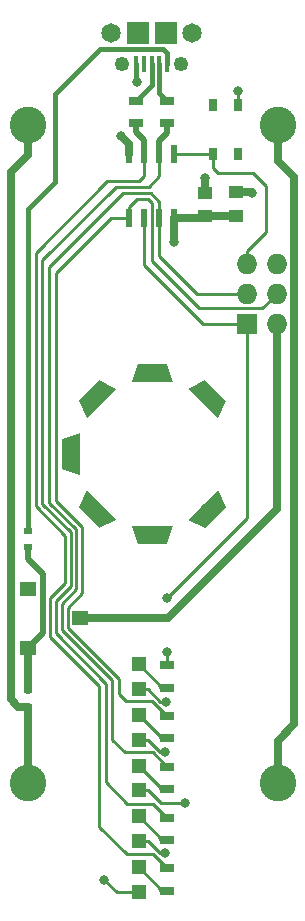
<source format=gtl>
G04 #@! TF.GenerationSoftware,KiCad,Pcbnew,(2017-01-24 revision 0b6147e)-makepkg*
G04 #@! TF.CreationDate,2017-06-09T09:58:06-07:00*
G04 #@! TF.ProjectId,POVSpinner,504F565370696E6E65722E6B69636164,rev?*
G04 #@! TF.FileFunction,Copper,L1,Top,Signal*
G04 #@! TF.FilePolarity,Positive*
%FSLAX46Y46*%
G04 Gerber Fmt 4.6, Leading zero omitted, Abs format (unit mm)*
G04 Created by KiCad (PCBNEW (2017-01-24 revision 0b6147e)-makepkg) date 06/09/17 09:58:06*
%MOMM*%
%LPD*%
G01*
G04 APERTURE LIST*
%ADD10C,0.100000*%
%ADD11R,0.600000X1.550000*%
%ADD12C,3.100000*%
%ADD13R,1.250000X1.000000*%
%ADD14R,0.700000X0.600000*%
%ADD15R,1.198880X1.198880*%
%ADD16R,1.727200X1.727200*%
%ADD17O,1.727200X1.727200*%
%ADD18R,1.300000X0.700000*%
%ADD19R,0.647700X1.049020*%
%ADD20R,1.400000X1.200000*%
%ADD21C,1.250000*%
%ADD22C,1.650000*%
%ADD23R,1.899920X1.899920*%
%ADD24R,0.398780X1.348740*%
%ADD25C,1.500000*%
%ADD26C,0.800000*%
%ADD27C,0.635000*%
%ADD28C,0.254000*%
%ADD29C,0.381000*%
%ADD30C,0.508000*%
%ADD31C,0.250000*%
G04 APERTURE END LIST*
D10*
D11*
X126405000Y-60700000D03*
X125135000Y-60700000D03*
X123865000Y-60700000D03*
X122595000Y-60700000D03*
X122595000Y-66100000D03*
X123865000Y-66100000D03*
X125135000Y-66100000D03*
X126405000Y-66100000D03*
D12*
X135155000Y-58200000D03*
X114045000Y-58200000D03*
X135155000Y-113900000D03*
X114045000Y-113900000D03*
D13*
X129050000Y-65930000D03*
X129050000Y-63930000D03*
X131630000Y-63920000D03*
X131630000Y-65920000D03*
D14*
X114000000Y-93950000D03*
X114000000Y-92550000D03*
X114000000Y-107450000D03*
X114000000Y-106050000D03*
D15*
X123400000Y-121050980D03*
X123400000Y-123149020D03*
X123400000Y-118849020D03*
X123400000Y-116750980D03*
X123400000Y-112450980D03*
X123400000Y-114549020D03*
X123400000Y-110249020D03*
X123400000Y-108150980D03*
X123400000Y-103850980D03*
X123400000Y-105949020D03*
D16*
X132570000Y-75020000D03*
D17*
X135110000Y-75020000D03*
X132570000Y-72480000D03*
X135110000Y-72480000D03*
X132570000Y-69940001D03*
X135110000Y-69940000D03*
D18*
X125800000Y-58050000D03*
X125800000Y-56150000D03*
X123200000Y-56150000D03*
X123200000Y-58050000D03*
X125800000Y-123050000D03*
X125800000Y-121150000D03*
X125800000Y-116850000D03*
X125800000Y-118750000D03*
X125800000Y-114450000D03*
X125800000Y-112550000D03*
X125800000Y-108250000D03*
X125800000Y-110150000D03*
X125800000Y-105850000D03*
X125800000Y-103950000D03*
D19*
X131814420Y-56547360D03*
X131814420Y-60692640D03*
X129665580Y-56547360D03*
X129665580Y-60692640D03*
D20*
X114042740Y-97493020D03*
X114042740Y-102493020D03*
X118442740Y-99993020D03*
D21*
X127002060Y-53070000D03*
X122002060Y-53070000D03*
D22*
X121070000Y-50400000D03*
X127930000Y-50400000D03*
D23*
X123301120Y-50395380D03*
X125698880Y-50395380D03*
D24*
X123202060Y-53070000D03*
X123852300Y-53070000D03*
X124500000Y-53070000D03*
X125147700Y-53070000D03*
X125797940Y-53070000D03*
D25*
X124550000Y-79222000D03*
D10*
G36*
X126300000Y-79972000D02*
X122800000Y-79972000D01*
X123300000Y-78472000D01*
X125800000Y-78472000D01*
X126300000Y-79972000D01*
X126300000Y-79972000D01*
G37*
D25*
X124550000Y-92938000D03*
D10*
G36*
X122800000Y-92188000D02*
X126300000Y-92188000D01*
X125800000Y-93688000D01*
X123300000Y-93688000D01*
X122800000Y-92188000D01*
X122800000Y-92188000D01*
G37*
D25*
X119724000Y-81254000D03*
D10*
G36*
X121491767Y-80546893D02*
X119016893Y-83021767D01*
X118309786Y-81607553D01*
X120077553Y-79839786D01*
X121491767Y-80546893D01*
X121491767Y-80546893D01*
G37*
D25*
X129376000Y-81254000D03*
D10*
G36*
X130083107Y-83021767D02*
X127608233Y-80546893D01*
X129022447Y-79839786D01*
X130790214Y-81607553D01*
X130083107Y-83021767D01*
X130083107Y-83021767D01*
G37*
D25*
X119724000Y-90906000D03*
D10*
G36*
X119016893Y-89138233D02*
X121491767Y-91613107D01*
X120077553Y-92320214D01*
X118309786Y-90552447D01*
X119016893Y-89138233D01*
X119016893Y-89138233D01*
G37*
D25*
X129376000Y-90906000D03*
D10*
G36*
X127608233Y-91613107D02*
X130083107Y-89138233D01*
X130790214Y-90552447D01*
X129022447Y-92320214D01*
X127608233Y-91613107D01*
X127608233Y-91613107D01*
G37*
D25*
X117692000Y-86080000D03*
D10*
G36*
X118442000Y-84330000D02*
X118442000Y-87830000D01*
X116942000Y-87330000D01*
X116942000Y-84830000D01*
X118442000Y-84330000D01*
X118442000Y-84330000D01*
G37*
D26*
X131800000Y-55340000D03*
X133010000Y-63940000D03*
X129020000Y-62680000D03*
X121940000Y-59170000D03*
X123220000Y-54530000D03*
X120480000Y-122100000D03*
X125650000Y-119870000D03*
X127290000Y-115580000D03*
X125660000Y-111260000D03*
X125680000Y-107040000D03*
X126410000Y-68120000D03*
X125760000Y-102820000D03*
X125820000Y-98230000D03*
D27*
X136570000Y-62640000D02*
X135155000Y-61225000D01*
X135155000Y-61225000D02*
X135155000Y-58200000D01*
X136570000Y-108920000D02*
X136570000Y-62640000D01*
X135155000Y-110335000D02*
X136570000Y-108920000D01*
X135155000Y-113900000D02*
X135155000Y-110335000D01*
X112590000Y-106850000D02*
X113190000Y-107450000D01*
X114045000Y-58200000D02*
X114045000Y-60745000D01*
X114045000Y-60745000D02*
X112590000Y-62200000D01*
X112590000Y-62200000D02*
X112590000Y-106850000D01*
X113190000Y-107450000D02*
X114000000Y-107450000D01*
X114045000Y-113900000D02*
X114045000Y-107495000D01*
X114045000Y-107495000D02*
X114000000Y-107450000D01*
D28*
X131814420Y-56547360D02*
X131814420Y-55354420D01*
X131814420Y-55354420D02*
X131800000Y-55340000D01*
D27*
X131630000Y-63920000D02*
X132990000Y-63920000D01*
X132990000Y-63920000D02*
X133010000Y-63940000D01*
X129050000Y-63930000D02*
X129050000Y-62710000D01*
X129050000Y-62710000D02*
X129020000Y-62680000D01*
X122595000Y-60700000D02*
X122595000Y-59825000D01*
X122595000Y-59825000D02*
X121940000Y-59170000D01*
D29*
X123202060Y-53070000D02*
X123202060Y-54512060D01*
X123202060Y-54512060D02*
X123220000Y-54530000D01*
D28*
X123400000Y-123149020D02*
X121529020Y-123149020D01*
X121529020Y-123149020D02*
X120480000Y-122100000D01*
X124199020Y-118849020D02*
X125220000Y-119870000D01*
X125220000Y-119870000D02*
X125650000Y-119870000D01*
X123400000Y-118849020D02*
X124199020Y-118849020D01*
X124219020Y-114549020D02*
X125250000Y-115580000D01*
X125250000Y-115580000D02*
X127290000Y-115580000D01*
X123400000Y-114549020D02*
X124219020Y-114549020D01*
X124229020Y-110249020D02*
X125240000Y-111260000D01*
X125240000Y-111260000D02*
X125660000Y-111260000D01*
X123400000Y-110249020D02*
X124229020Y-110249020D01*
X124149020Y-105949020D02*
X125240000Y-107040000D01*
X125240000Y-107040000D02*
X125680000Y-107040000D01*
X123400000Y-105949020D02*
X124149020Y-105949020D01*
D29*
X123202060Y-53070000D02*
X123202060Y-53447940D01*
D27*
X129050000Y-65930000D02*
X131620000Y-65930000D01*
X131620000Y-65930000D02*
X131630000Y-65920000D01*
X126410000Y-68120000D02*
X126410000Y-66105000D01*
X126410000Y-66105000D02*
X126405000Y-66100000D01*
X129060000Y-65920000D02*
X129050000Y-65930000D01*
X126405000Y-66100000D02*
X128880000Y-66100000D01*
X128880000Y-66100000D02*
X129050000Y-65930000D01*
X129080000Y-65880000D02*
X129300000Y-66100000D01*
X125856980Y-99993020D02*
X135110000Y-90740000D01*
X135110000Y-90740000D02*
X135110000Y-75020000D01*
X118442740Y-99993020D02*
X125856980Y-99993020D01*
D29*
X116300000Y-63060000D02*
X114000000Y-65360000D01*
X114000000Y-65360000D02*
X114000000Y-92550000D01*
X116300000Y-55610000D02*
X116300000Y-63060000D01*
X120150000Y-51760000D02*
X116300000Y-55610000D01*
X125470000Y-51760000D02*
X120150000Y-51760000D01*
X125797940Y-52087940D02*
X125470000Y-51760000D01*
X125797940Y-53070000D02*
X125797940Y-52087940D01*
D30*
X115320000Y-96250000D02*
X115320000Y-101215760D01*
X115320000Y-101215760D02*
X114042740Y-102493020D01*
X114000000Y-94930000D02*
X115320000Y-96250000D01*
X114000000Y-93950000D02*
X114000000Y-94930000D01*
D27*
X114000000Y-105920000D02*
X114042740Y-105877260D01*
X114042740Y-105877260D02*
X114042740Y-102493020D01*
X114000000Y-106050000D02*
X114000000Y-105920000D01*
D30*
X125800000Y-123050000D02*
X125399020Y-123050000D01*
D28*
X125399020Y-123050000D02*
X123400000Y-121050980D01*
D30*
X125800000Y-118750000D02*
X125399020Y-118750000D01*
D28*
X125399020Y-118750000D02*
X123400000Y-116750980D01*
D30*
X125800000Y-114450000D02*
X125399020Y-114450000D01*
D28*
X125399020Y-114450000D02*
X123400000Y-112450980D01*
D30*
X125800000Y-110150000D02*
X125399020Y-110150000D01*
D28*
X125399020Y-110150000D02*
X123400000Y-108150980D01*
D30*
X125800000Y-105850000D02*
X125399020Y-105850000D01*
D28*
X125399020Y-105850000D02*
X123400000Y-103850980D01*
X125760000Y-102820000D02*
X125780000Y-102840000D01*
X125780000Y-102840000D02*
X125780000Y-103930000D01*
D30*
X125780000Y-103930000D02*
X125800000Y-103950000D01*
D28*
X132570000Y-75020000D02*
X132570000Y-91480000D01*
X132570000Y-91480000D02*
X125820000Y-98230000D01*
D31*
X123865000Y-66100000D02*
X123865000Y-67425000D01*
D28*
X123865000Y-70065000D02*
X128820000Y-75020000D01*
X128820000Y-75020000D02*
X132570000Y-75020000D01*
X123865000Y-66100000D02*
X123865000Y-70065000D01*
D31*
X125135000Y-66100000D02*
X125135000Y-64715000D01*
X125135000Y-64715000D02*
X124410000Y-63990000D01*
X124410000Y-63990000D02*
X122070000Y-63990000D01*
X122070000Y-63990000D02*
X115840000Y-70220000D01*
X115840000Y-70220000D02*
X115840000Y-90180000D01*
X115840000Y-90180000D02*
X118110000Y-92450000D01*
X118110000Y-92450000D02*
X118110000Y-97520000D01*
X118110000Y-97520000D02*
X116900000Y-98730000D01*
X116900000Y-98730000D02*
X116900000Y-101000000D01*
X116900000Y-101000000D02*
X121120000Y-105220000D01*
X121120000Y-105220000D02*
X121120000Y-110250000D01*
X121120000Y-110250000D02*
X122200000Y-111330000D01*
X122200000Y-111330000D02*
X124580000Y-111330000D01*
X124580000Y-111330000D02*
X125800000Y-112550000D01*
D28*
X125135000Y-69285000D02*
X128330000Y-72480000D01*
X128330000Y-72480000D02*
X132570000Y-72480000D01*
X125135000Y-66100000D02*
X125135000Y-69285000D01*
D31*
X122595000Y-66100000D02*
X121060000Y-66100000D01*
X121060000Y-66100000D02*
X116380000Y-70780000D01*
X116380000Y-70780000D02*
X116380000Y-90040000D01*
X116380000Y-90040000D02*
X118600000Y-92260000D01*
X118600000Y-92260000D02*
X118600000Y-97850000D01*
X118600000Y-97850000D02*
X117380000Y-99070000D01*
X117380000Y-99070000D02*
X117380000Y-100800000D01*
X117380000Y-100800000D02*
X121710000Y-105130000D01*
X121710000Y-105130000D02*
X121710000Y-106390000D01*
X121710000Y-106390000D02*
X122330000Y-107010000D01*
X122330000Y-107010000D02*
X124560000Y-107010000D01*
X124560000Y-107010000D02*
X125800000Y-108250000D01*
X128540000Y-73720000D02*
X133870000Y-73720000D01*
X133870000Y-73720000D02*
X135110000Y-72480000D01*
X124510000Y-69690000D02*
X128540000Y-73720000D01*
X124500000Y-64810000D02*
X124500000Y-69680000D01*
X124180000Y-64490000D02*
X124510000Y-64820000D01*
X123230000Y-64490000D02*
X124180000Y-64490000D01*
X122595000Y-65125000D02*
X123230000Y-64490000D01*
X122595000Y-66100000D02*
X122595000Y-65125000D01*
D28*
X130080000Y-62280000D02*
X129665580Y-61865580D01*
X129665580Y-61865580D02*
X129665580Y-60692640D01*
X133060000Y-62280000D02*
X130080000Y-62280000D01*
X134180000Y-63400000D02*
X133060000Y-62280000D01*
X134180000Y-67250000D02*
X134180000Y-63400000D01*
X132570000Y-68860000D02*
X134180000Y-67250000D01*
X132570000Y-69940001D02*
X132570000Y-68860000D01*
X126405000Y-60700000D02*
X129658220Y-60700000D01*
X129658220Y-60700000D02*
X129665580Y-60692640D01*
D31*
X125135000Y-60700000D02*
X125135000Y-62555000D01*
X125135000Y-62555000D02*
X124240000Y-63450000D01*
X124240000Y-63450000D02*
X121440000Y-63450000D01*
X121440000Y-63450000D02*
X115240000Y-69650000D01*
X115240000Y-69650000D02*
X115240000Y-90280000D01*
X115240000Y-90280000D02*
X117650000Y-92690000D01*
X117650000Y-92690000D02*
X117650000Y-97280000D01*
X117650000Y-97280000D02*
X116380000Y-98550000D01*
X116380000Y-98550000D02*
X116380000Y-101250000D01*
X116380000Y-101250000D02*
X120640000Y-105510000D01*
X120640000Y-105510000D02*
X120640000Y-113880000D01*
X120640000Y-113880000D02*
X122420000Y-115660000D01*
X122420000Y-115660000D02*
X124610000Y-115660000D01*
X124610000Y-115660000D02*
X125800000Y-116850000D01*
D30*
X125800000Y-58870000D02*
X125135000Y-59535000D01*
X125135000Y-59535000D02*
X125135000Y-60700000D01*
X125800000Y-58050000D02*
X125800000Y-58870000D01*
D29*
X125147700Y-53070000D02*
X125147700Y-55497700D01*
X125147700Y-55497700D02*
X125800000Y-56150000D01*
X124500000Y-53070000D02*
X124500000Y-54850000D01*
X124500000Y-54850000D02*
X123200000Y-56150000D01*
D31*
X123865000Y-60700000D02*
X123865000Y-62525000D01*
X123865000Y-62525000D02*
X123410000Y-62980000D01*
X123410000Y-62980000D02*
X120710000Y-62980000D01*
X120710000Y-62980000D02*
X114680000Y-69010000D01*
X114680000Y-69010000D02*
X114680000Y-90500000D01*
X114680000Y-90500000D02*
X117180000Y-93000000D01*
X117180000Y-93000000D02*
X117180000Y-97010000D01*
X117180000Y-97010000D02*
X115920000Y-98270000D01*
X115920000Y-98270000D02*
X115920000Y-101530000D01*
X115920000Y-101530000D02*
X120070000Y-105680000D01*
X120070000Y-105680000D02*
X120070000Y-117620000D01*
X120070000Y-117620000D02*
X122390000Y-119940000D01*
X122390000Y-119940000D02*
X124590000Y-119940000D01*
X124590000Y-119940000D02*
X125800000Y-121150000D01*
D30*
X123200000Y-58790000D02*
X123865000Y-59455000D01*
X123865000Y-59455000D02*
X123865000Y-60700000D01*
X123200000Y-58050000D02*
X123200000Y-58790000D01*
M02*

</source>
